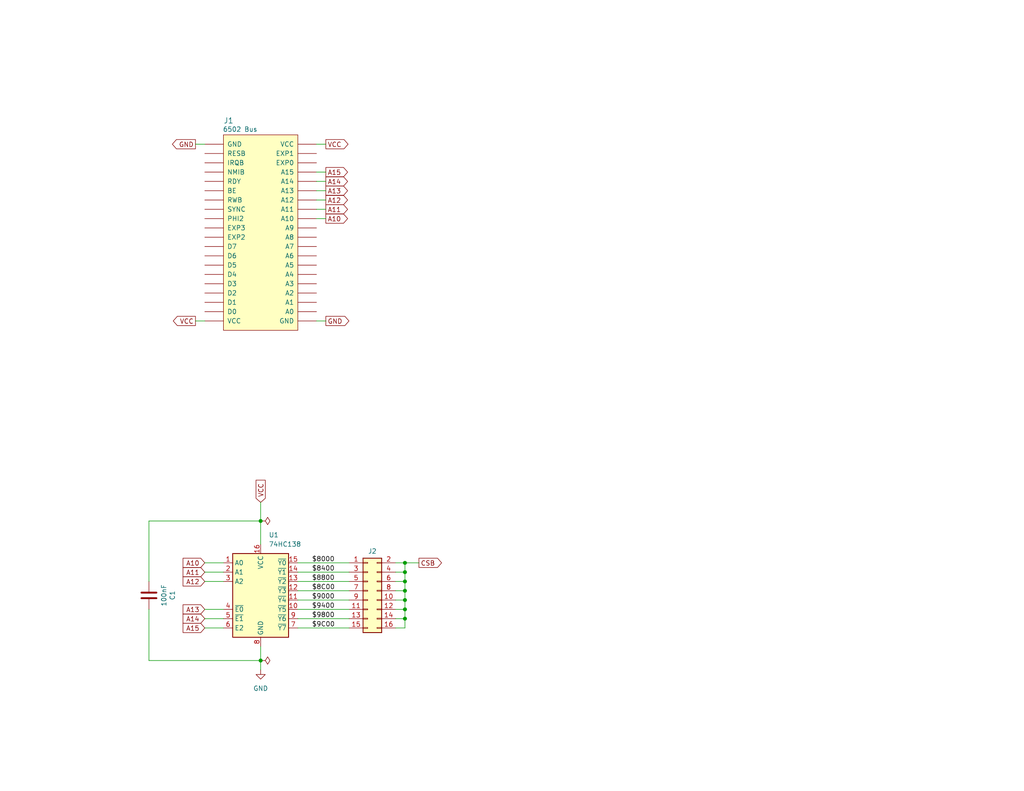
<source format=kicad_sch>
(kicad_sch (version 20231120) (generator "eeschema") (generator_version "8.0")
  (paper "USLetter")
  (title_block (title "6502 Card") (date "2024-06-11") (rev "1.0") (company "A.C. Wright Design"))
  (lib_symbols
    (symbol "6502 Parts:6502 Bus" (pin_names (offset 1.016)) (in_bom no)
      (property "Reference" "J" (at -10.16 28.448 0))
      (property "Value" "6502 Bus" (at -5.588 26.924 0))
      (symbol "6502 Bus_1_0"
        (rectangle (start -10.16 25.4) (end 10.16 -27.94) (fill (type background)))
        (pin bidirectional line (at 15.24 -22.86 180) (length 5.08) (name "A0") (number "A0"))
        (pin bidirectional line (at 15.24 -20.32 180) (length 5.08) (name "A1") (number "A1"))
        (pin bidirectional line (at 15.24 2.54 180) (length 5.08) (name "A10") (number "A10"))
        (pin bidirectional line (at 15.24 5.08 180) (length 5.08) (name "A11") (number "A11"))
        (pin bidirectional line (at 15.24 7.62 180) (length 5.08) (name "A12") (number "A12"))
        (pin bidirectional line (at 15.24 10.16 180) (length 5.08) (name "A13") (number "A13"))
        (pin bidirectional line (at 15.24 12.7 180) (length 5.08) (name "A14") (number "A14"))
        (pin bidirectional line (at 15.24 15.24 180) (length 5.08) (name "A15") (number "A15"))
        (pin bidirectional line (at 15.24 -17.78 180) (length 5.08) (name "A2") (number "A2"))
        (pin bidirectional line (at 15.24 -15.24 180) (length 5.08) (name "A3") (number "A3"))
        (pin bidirectional line (at 15.24 -12.7 180) (length 5.08) (name "A4") (number "A4"))
        (pin bidirectional line (at 15.24 -10.16 180) (length 5.08) (name "A5") (number "A5"))
        (pin bidirectional line (at 15.24 -7.62 180) (length 5.08) (name "A6") (number "A6"))
        (pin bidirectional line (at 15.24 -5.08 180) (length 5.08) (name "A7") (number "A7"))
        (pin bidirectional line (at 15.24 -2.54 180) (length 5.08) (name "A8") (number "A8"))
        (pin bidirectional line (at 15.24 0 180) (length 5.08) (name "A9") (number "A9"))
        (pin bidirectional line (at -15.24 10.16 0) (length 5.08) (name "BE") (number "BE"))
        (pin bidirectional line (at -15.24 -22.86 0) (length 5.08) (name "D0") (number "D0"))
        (pin bidirectional line (at -15.24 -20.32 0) (length 5.08) (name "D1") (number "D1"))
        (pin bidirectional line (at -15.24 -17.78 0) (length 5.08) (name "D2") (number "D2"))
        (pin bidirectional line (at -15.24 -15.24 0) (length 5.08) (name "D3") (number "D3"))
        (pin bidirectional line (at -15.24 -12.7 0) (length 5.08) (name "D4") (number "D4"))
        (pin bidirectional line (at -15.24 -10.16 0) (length 5.08) (name "D5") (number "D5"))
        (pin bidirectional line (at -15.24 -7.62 0) (length 5.08) (name "D6") (number "D6"))
        (pin bidirectional line (at -15.24 -5.08 0) (length 5.08) (name "D7") (number "D7"))
        (pin bidirectional line (at 15.24 17.78 180) (length 5.08) (name "EXP0") (number "EXP0"))
        (pin bidirectional line (at 15.24 20.32 180) (length 5.08) (name "EXP1") (number "EXP1"))
        (pin bidirectional line (at -15.24 -2.54 0) (length 5.08) (name "EXP2") (number "EXP2"))
        (pin bidirectional line (at -15.24 0 0) (length 5.08) (name "EXP3") (number "EXP3"))
        (pin power_in line (at -15.24 22.86 0) (length 5.08) (name "GND") (number "GND"))
        (pin power_in line (at 15.24 -25.4 180) (length 5.08) (name "GND") (number "GND"))
        (pin bidirectional line (at -15.24 17.78 0) (length 5.08) (name "IRQB") (number "IRQB"))
        (pin bidirectional line (at -15.24 15.24 0) (length 5.08) (name "NMIB") (number "NMIB"))
        (pin bidirectional line (at -15.24 2.54 0) (length 5.08) (name "PHI2") (number "PHI2"))
        (pin bidirectional line (at -15.24 12.7 0) (length 5.08) (name "RDY") (number "RDY"))
        (pin bidirectional line (at -15.24 20.32 0) (length 5.08) (name "RESB") (number "RESB"))
        (pin bidirectional line (at -15.24 7.62 0) (length 5.08) (name "RWB") (number "RWB"))
        (pin bidirectional line (at -15.24 5.08 0) (length 5.08) (name "SYNC") (number "SYNC"))
        (pin power_in line (at -15.24 -25.4 0) (length 5.08) (name "VCC") (number "VCC"))
        (pin power_in line (at 15.24 22.86 180) (length 5.08) (name "VCC") (number "VCC"))
      )
    )
    (symbol "74xx:74HC138"
      (property "Reference" "U" (at -7.62 13.97 0))
      (property "Value" "74HC138" (at 2.54 -11.43 0))
      (symbol "74HC138_0_1"
        (rectangle (start -7.62 12.7) (end 7.62 -10.16) (stroke (width 0.254)) (fill (type background)))
      )
      (symbol "74HC138_1_1"
        (pin input line (at -10.16 10.16 0) (length 2.54) (name "A0") (number "1"))
        (pin output line (at 10.16 -2.54 180) (length 2.54) (name "~{Y5}") (number "10"))
        (pin output line (at 10.16 0 180) (length 2.54) (name "~{Y4}") (number "11"))
        (pin output line (at 10.16 2.54 180) (length 2.54) (name "~{Y3}") (number "12"))
        (pin output line (at 10.16 5.08 180) (length 2.54) (name "~{Y2}") (number "13"))
        (pin output line (at 10.16 7.62 180) (length 2.54) (name "~{Y1}") (number "14"))
        (pin output line (at 10.16 10.16 180) (length 2.54) (name "~{Y0}") (number "15"))
        (pin power_in line (at 0 15.24 270) (length 2.54) (name "VCC") (number "16"))
        (pin input line (at -10.16 7.62 0) (length 2.54) (name "A1") (number "2"))
        (pin input line (at -10.16 5.08 0) (length 2.54) (name "A2") (number "3"))
        (pin input line (at -10.16 -2.54 0) (length 2.54) (name "~{E0}") (number "4"))
        (pin input line (at -10.16 -5.08 0) (length 2.54) (name "~{E1}") (number "5"))
        (pin input line (at -10.16 -7.62 0) (length 2.54) (name "E2") (number "6"))
        (pin output line (at 10.16 -7.62 180) (length 2.54) (name "~{Y7}") (number "7"))
        (pin power_in line (at 0 -12.7 90) (length 2.54) (name "GND") (number "8"))
        (pin output line (at 10.16 -5.08 180) (length 2.54) (name "~{Y6}") (number "9"))
      )
    )
    (symbol "Connector_Generic:Conn_02x08_Odd_Even" (pin_names (offset 1.016) hide)
      (property "Reference" "J" (at 1.27 10.16 0))
      (property "Value" "Conn_02x08_Odd_Even" (at 1.27 -12.7 0))
      (symbol "Conn_02x08_Odd_Even_1_1"
        (rectangle (start -1.27 -10.033) (end 0 -10.287) (stroke (width 0.1524)))
        (rectangle (start -1.27 -7.493) (end 0 -7.747) (stroke (width 0.1524)))
        (rectangle (start -1.27 -4.953) (end 0 -5.207) (stroke (width 0.1524)))
        (rectangle (start -1.27 -2.413) (end 0 -2.667) (stroke (width 0.1524)))
        (rectangle (start -1.27 0.127) (end 0 -0.127) (stroke (width 0.1524)))
        (rectangle (start -1.27 2.667) (end 0 2.413) (stroke (width 0.1524)))
        (rectangle (start -1.27 5.207) (end 0 4.953) (stroke (width 0.1524)))
        (rectangle (start -1.27 7.747) (end 0 7.493) (stroke (width 0.1524)))
        (rectangle (start -1.27 8.89) (end 3.81 -11.43) (stroke (width 0.254)) (fill (type background)))
        (rectangle (start 3.81 -10.033) (end 2.54 -10.287) (stroke (width 0.1524)))
        (rectangle (start 3.81 -7.493) (end 2.54 -7.747) (stroke (width 0.1524)))
        (rectangle (start 3.81 -4.953) (end 2.54 -5.207) (stroke (width 0.1524)))
        (rectangle (start 3.81 -2.413) (end 2.54 -2.667) (stroke (width 0.1524)))
        (rectangle (start 3.81 0.127) (end 2.54 -0.127) (stroke (width 0.1524)))
        (rectangle (start 3.81 2.667) (end 2.54 2.413) (stroke (width 0.1524)))
        (rectangle (start 3.81 5.207) (end 2.54 4.953) (stroke (width 0.1524)))
        (rectangle (start 3.81 7.747) (end 2.54 7.493) (stroke (width 0.1524)))
        (pin passive line (at -5.08 7.62 0) (length 3.81) (name "Pin_1") (number "1"))
        (pin passive line (at 7.62 -2.54 180) (length 3.81) (name "Pin_10") (number "10"))
        (pin passive line (at -5.08 -5.08 0) (length 3.81) (name "Pin_11") (number "11"))
        (pin passive line (at 7.62 -5.08 180) (length 3.81) (name "Pin_12") (number "12"))
        (pin passive line (at -5.08 -7.62 0) (length 3.81) (name "Pin_13") (number "13"))
        (pin passive line (at 7.62 -7.62 180) (length 3.81) (name "Pin_14") (number "14"))
        (pin passive line (at -5.08 -10.16 0) (length 3.81) (name "Pin_15") (number "15"))
        (pin passive line (at 7.62 -10.16 180) (length 3.81) (name "Pin_16") (number "16"))
        (pin passive line (at 7.62 7.62 180) (length 3.81) (name "Pin_2") (number "2"))
        (pin passive line (at -5.08 5.08 0) (length 3.81) (name "Pin_3") (number "3"))
        (pin passive line (at 7.62 5.08 180) (length 3.81) (name "Pin_4") (number "4"))
        (pin passive line (at -5.08 2.54 0) (length 3.81) (name "Pin_5") (number "5"))
        (pin passive line (at 7.62 2.54 180) (length 3.81) (name "Pin_6") (number "6"))
        (pin passive line (at -5.08 0 0) (length 3.81) (name "Pin_7") (number "7"))
        (pin passive line (at 7.62 0 180) (length 3.81) (name "Pin_8") (number "8"))
        (pin passive line (at -5.08 -2.54 0) (length 3.81) (name "Pin_9") (number "9"))
      )
    )
    (symbol "Device:C" (pin_numbers hide) (pin_names (offset 0.254))
      (property "Reference" "C" (at 0.635 2.54 0))
      (property "Value" "C" (at 0.635 -2.54 0))
      (symbol "C_0_1"
        (polyline (pts (xy -2.032 -0.762) (xy 2.032 -0.762)) (stroke (width 0.508)))
        (polyline (pts (xy -2.032 0.762) (xy 2.032 0.762)) (stroke (width 0.508)))
      )
      (symbol "C_1_1"
        (pin passive line (at 0 3.81 270) (length 2.794) (name "~") (number "1"))
        (pin passive line (at 0 -3.81 90) (length 2.794) (name "~") (number "2"))
      )
    )
    (symbol "power:GND" (power) (pin_numbers hide) (pin_names (offset 0) hide)
      (property "Value" "GND" (at 0 -3.81 0))
      (symbol "GND_0_1"
        (polyline (pts (xy 0 0) (xy 0 -1.27) (xy 1.27 -1.27) (xy 0 -2.54) (xy -1.27 -1.27) (xy 0 -1.27)))
      )
      (symbol "GND_1_1"
        (pin power_in line (at 0 0 270) (length 0) (name "~") (number "1"))
      )
    )
    (symbol "power:PWR_FLAG" (power) (pin_numbers hide) (pin_names (offset 0) hide)
      (property "Value" "PWR_FLAG" (at 0 3.81 0))
      (symbol "PWR_FLAG_0_0"
        (pin power_out line (at 0 0 90) (length 0) (name "~") (number "1"))
      )
      (symbol "PWR_FLAG_0_1"
        (polyline (pts (xy 0 0) (xy 0 1.27) (xy -1.016 1.905) (xy 0 2.54) (xy 1.016 1.905) (xy 0 1.27)))
      )
    )
  )
  (junction (at 110.49 161.29))
  (junction (at 71.12 142.24))
  (junction (at 110.49 166.37))
  (junction (at 110.49 163.83))
  (junction (at 110.49 168.91))
  (junction (at 110.49 158.75))
  (junction (at 110.49 156.21))
  (junction (at 110.49 153.67))
  (junction (at 71.12 180.34))
  (wire (pts (xy 110.49 161.29) (xy 110.49 158.75)))
  (wire (pts (xy 40.64 180.34) (xy 40.64 166.37)))
  (wire (pts (xy 81.28 171.45) (xy 95.25 171.45)))
  (wire (pts (xy 110.49 171.45) (xy 110.49 168.91)))
  (wire (pts (xy 55.88 156.21) (xy 60.96 156.21)))
  (wire (pts (xy 40.64 180.34) (xy 71.12 180.34)))
  (wire (pts (xy 71.12 142.24) (xy 40.64 142.24)))
  (wire (pts (xy 86.36 54.61) (xy 88.9 54.61)))
  (wire (pts (xy 86.36 49.53) (xy 88.9 49.53)))
  (wire (pts (xy 110.49 163.83) (xy 110.49 161.29)))
  (wire (pts (xy 71.12 180.34) (xy 71.12 182.88)))
  (wire (pts (xy 81.28 153.67) (xy 95.25 153.67)))
  (wire (pts (xy 81.28 156.21) (xy 95.25 156.21)))
  (wire (pts (xy 110.49 166.37) (xy 110.49 163.83)))
  (wire (pts (xy 110.49 153.67) (xy 114.3 153.67)))
  (wire (pts (xy 81.28 163.83) (xy 95.25 163.83)))
  (wire (pts (xy 40.64 142.24) (xy 40.64 158.75)))
  (wire (pts (xy 86.36 39.37) (xy 88.9 39.37)))
  (wire (pts (xy 110.49 158.75) (xy 110.49 156.21)))
  (wire (pts (xy 53.34 39.37) (xy 55.88 39.37)))
  (wire (pts (xy 107.95 153.67) (xy 110.49 153.67)))
  (wire (pts (xy 71.12 142.24) (xy 71.12 137.16)))
  (wire (pts (xy 53.34 87.63) (xy 55.88 87.63)))
  (wire (pts (xy 86.36 87.63) (xy 88.9 87.63)))
  (wire (pts (xy 55.88 166.37) (xy 60.96 166.37)))
  (wire (pts (xy 55.88 158.75) (xy 60.96 158.75)))
  (wire (pts (xy 86.36 46.99) (xy 88.9 46.99)))
  (wire (pts (xy 110.49 156.21) (xy 107.95 156.21)))
  (wire (pts (xy 107.95 158.75) (xy 110.49 158.75)))
  (wire (pts (xy 55.88 171.45) (xy 60.96 171.45)))
  (wire (pts (xy 86.36 57.15) (xy 88.9 57.15)))
  (wire (pts (xy 71.12 176.53) (xy 71.12 180.34)))
  (wire (pts (xy 81.28 158.75) (xy 95.25 158.75)))
  (wire (pts (xy 110.49 156.21) (xy 110.49 153.67)))
  (wire (pts (xy 55.88 153.67) (xy 60.96 153.67)))
  (wire (pts (xy 110.49 163.83) (xy 107.95 163.83)))
  (wire (pts (xy 81.28 161.29) (xy 95.25 161.29)))
  (wire (pts (xy 110.49 168.91) (xy 110.49 166.37)))
  (wire (pts (xy 71.12 142.24) (xy 71.12 148.59)))
  (wire (pts (xy 55.88 168.91) (xy 60.96 168.91)))
  (wire (pts (xy 81.28 166.37) (xy 95.25 166.37)))
  (wire (pts (xy 110.49 168.91) (xy 107.95 168.91)))
  (wire (pts (xy 110.49 166.37) (xy 107.95 166.37)))
  (wire (pts (xy 86.36 52.07) (xy 88.9 52.07)))
  (wire (pts (xy 110.49 161.29) (xy 107.95 161.29)))
  (wire (pts (xy 86.36 59.69) (xy 88.9 59.69)))
  (wire (pts (xy 107.95 171.45) (xy 110.49 171.45)))
  (wire (pts (xy 81.28 168.91) (xy 95.25 168.91)))
  (label "$8400" (at 85.09 156.21 0))
  (label "$9C00" (at 85.09 171.45 0))
  (label "$9000" (at 85.09 163.83 0))
  (label "$8800" (at 85.09 158.75 0))
  (label "$8000" (at 85.09 153.67 0))
  (label "$9400" (at 85.09 166.37 0))
  (label "$9800" (at 85.09 168.91 0))
  (label "$8C00" (at 85.09 161.29 0))
  (global_label "A11" (shape input) (at 55.88 156.21 180) (property "Intersheetrefs" "${INTERSHEET_REFS}" (effects (hide yes))))
  (global_label "A13" (shape output) (at 88.9 52.07 0) (property "Intersheetrefs" "${INTERSHEET_REFS}" (effects (hide yes))))
  (global_label "VCC" (shape input) (at 71.12 137.16 90) (property "Intersheetrefs" "${INTERSHEET_REFS}" (effects (hide yes))))
  (global_label "A12" (shape input) (at 55.88 158.75 180) (property "Intersheetrefs" "${INTERSHEET_REFS}" (effects (hide yes))))
  (global_label "A13" (shape input) (at 55.88 166.37 180) (property "Intersheetrefs" "${INTERSHEET_REFS}" (effects (hide yes))))
  (global_label "A15" (shape output) (at 88.9 46.99 0) (property "Intersheetrefs" "${INTERSHEET_REFS}" (effects (hide yes))))
  (global_label "VCC" (shape output) (at 53.34 87.63 180) (property "Intersheetrefs" "${INTERSHEET_REFS}" (effects (hide yes))))
  (global_label "A14" (shape output) (at 88.9 49.53 0) (property "Intersheetrefs" "${INTERSHEET_REFS}" (effects (hide yes))))
  (global_label "A14" (shape input) (at 55.88 168.91 180) (property "Intersheetrefs" "${INTERSHEET_REFS}" (effects (hide yes))))
  (global_label "GND" (shape output) (at 88.9 87.63 0) (property "Intersheetrefs" "${INTERSHEET_REFS}" (effects (hide yes))))
  (global_label "A10" (shape input) (at 55.88 153.67 180) (property "Intersheetrefs" "${INTERSHEET_REFS}" (effects (hide yes))))
  (global_label "CSB" (shape output) (at 114.3 153.67 0) (property "Intersheetrefs" "${INTERSHEET_REFS}" (effects (hide yes))))
  (global_label "A10" (shape output) (at 88.9 59.69 0) (property "Intersheetrefs" "${INTERSHEET_REFS}" (effects (hide yes))))
  (global_label "GND" (shape output) (at 53.34 39.37 180) (property "Intersheetrefs" "${INTERSHEET_REFS}" (effects (hide yes))))
  (global_label "A15" (shape input) (at 55.88 171.45 180) (property "Intersheetrefs" "${INTERSHEET_REFS}" (effects (hide yes))))
  (global_label "VCC" (shape output) (at 88.9 39.37 0) (property "Intersheetrefs" "${INTERSHEET_REFS}" (effects (hide yes))))
  (global_label "A12" (shape output) (at 88.9 54.61 0) (property "Intersheetrefs" "${INTERSHEET_REFS}" (effects (hide yes))))
  (global_label "A11" (shape output) (at 88.9 57.15 0) (property "Intersheetrefs" "${INTERSHEET_REFS}" (effects (hide yes))))
  (symbol (lib_id "Connector_Generic:Conn_02x08_Odd_Even") (at 100.33 161.29 0) (unit 1) (in_bom no)
    (property "Reference" "J2" (at 101.6 150.495 0))
    (property "Value" "Conn_02x08_Odd_Even" (effects (hide yes)))
    (property "Footprint" "Connector_PinHeader_2.54mm:PinHeader_2x08_P2.54mm_Vertical" (effects (hide yes)))
  )
  (symbol (lib_id "74xx:74HC138") (at 71.12 163.83 0) (unit 1)
    (property "Reference" "U1" (at 73.3141 146.05 0) (effects (justify left)))
    (property "Value" "74HC138" (at 73.3141 148.59 0) (effects (justify left)))
    (property "Footprint" "Package_SO:SOIC-16_3.9x9.9mm_P1.27mm" (effects (hide yes)))
    (property "Datasheet" "http://www.ti.com/lit/ds/symlink/cd74hc238.pdf" (effects (hide yes)))
    (property "Description" "3-to-8 line decoder/multiplexer inverting, DIP-16/SOIC-16/SSOP-16" (effects (hide yes)))
    (property "LCSC" "C5602" (effects (hide yes)))
  )
  (symbol (lib_id "power:PWR_FLAG") (at 71.12 142.24 270) (unit 1)
    (property "Reference" "#FLG01" (effects (hide yes)))
    (property "Value" "PWR_FLAG" (effects (hide yes)))
    (property "Description" "Special symbol for telling ERC where power comes from" (effects (hide yes)))
  )
  (symbol (lib_id "6502 Parts:6502 Bus") (at 71.12 62.23 0) (unit 1) (in_bom no)
    (property "Reference" "J1" (at 60.96 33.782 0) (effects (font (size 1.4986 1.4986)) (justify left bottom)))
    (property "Value" "6502 Bus" (at 65.532 35.306 0))
    (property "Footprint" "6502 Parts:6502 Card Edge" (effects (hide yes)))
  )
  (symbol (lib_id "power:PWR_FLAG") (at 71.12 180.34 270) (unit 1)
    (property "Reference" "#FLG02" (effects (hide yes)))
    (property "Value" "PWR_FLAG" (effects (hide yes)))
    (property "Description" "Special symbol for telling ERC where power comes from" (effects (hide yes)))
  )
  (symbol (lib_id "power:GND") (at 71.12 182.88 0) (unit 1)
    (property "Reference" "#PWR01" (effects (hide yes)))
    (property "Value" "GND" (at 71.12 187.96 0))
    (property "Description" "Power symbol creates a global label with name \"GND\" , ground" (effects (hide yes)))
  )
  (symbol (lib_id "Device:C") (at 40.64 162.56 0) (unit 1)
    (property "Reference" "C1" (at 47.0408 162.56 90))
    (property "Value" "100nF" (at 44.7294 162.56 90))
    (property "Footprint" "Capacitor_SMD:C_0805_2012Metric" (effects (hide yes)))
    (property "LCSC" "C49678" (effects (hide yes)))
  )
)
</source>
